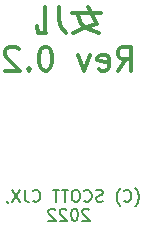
<source format=gbr>
%TF.GenerationSoftware,KiCad,Pcbnew,(6.0.5-0)*%
%TF.CreationDate,2022-06-05T15:38:57+08:00*%
%TF.ProjectId,SCO_D_V0.2,53434f5f-445f-4563-902e-322e6b696361,rev?*%
%TF.SameCoordinates,Original*%
%TF.FileFunction,Legend,Bot*%
%TF.FilePolarity,Positive*%
%FSLAX46Y46*%
G04 Gerber Fmt 4.6, Leading zero omitted, Abs format (unit mm)*
G04 Created by KiCad (PCBNEW (6.0.5-0)) date 2022-06-05 15:38:57*
%MOMM*%
%LPD*%
G01*
G04 APERTURE LIST*
%ADD10C,0.150000*%
%ADD11C,0.300000*%
G04 APERTURE END LIST*
D10*
X226642857Y-64798333D02*
X226690476Y-64750714D01*
X226785714Y-64607857D01*
X226833333Y-64512619D01*
X226880952Y-64369761D01*
X226928571Y-64131666D01*
X226928571Y-63941190D01*
X226880952Y-63703095D01*
X226833333Y-63560238D01*
X226785714Y-63465000D01*
X226690476Y-63322142D01*
X226642857Y-63274523D01*
X225690476Y-64322142D02*
X225738095Y-64369761D01*
X225880952Y-64417380D01*
X225976190Y-64417380D01*
X226119047Y-64369761D01*
X226214285Y-64274523D01*
X226261904Y-64179285D01*
X226309523Y-63988809D01*
X226309523Y-63845952D01*
X226261904Y-63655476D01*
X226214285Y-63560238D01*
X226119047Y-63465000D01*
X225976190Y-63417380D01*
X225880952Y-63417380D01*
X225738095Y-63465000D01*
X225690476Y-63512619D01*
X225357142Y-64798333D02*
X225309523Y-64750714D01*
X225214285Y-64607857D01*
X225166666Y-64512619D01*
X225119047Y-64369761D01*
X225071428Y-64131666D01*
X225071428Y-63941190D01*
X225119047Y-63703095D01*
X225166666Y-63560238D01*
X225214285Y-63465000D01*
X225309523Y-63322142D01*
X225357142Y-63274523D01*
X223880952Y-64369761D02*
X223738095Y-64417380D01*
X223500000Y-64417380D01*
X223404761Y-64369761D01*
X223357142Y-64322142D01*
X223309523Y-64226904D01*
X223309523Y-64131666D01*
X223357142Y-64036428D01*
X223404761Y-63988809D01*
X223500000Y-63941190D01*
X223690476Y-63893571D01*
X223785714Y-63845952D01*
X223833333Y-63798333D01*
X223880952Y-63703095D01*
X223880952Y-63607857D01*
X223833333Y-63512619D01*
X223785714Y-63465000D01*
X223690476Y-63417380D01*
X223452380Y-63417380D01*
X223309523Y-63465000D01*
X222309523Y-64322142D02*
X222357142Y-64369761D01*
X222500000Y-64417380D01*
X222595238Y-64417380D01*
X222738095Y-64369761D01*
X222833333Y-64274523D01*
X222880952Y-64179285D01*
X222928571Y-63988809D01*
X222928571Y-63845952D01*
X222880952Y-63655476D01*
X222833333Y-63560238D01*
X222738095Y-63465000D01*
X222595238Y-63417380D01*
X222500000Y-63417380D01*
X222357142Y-63465000D01*
X222309523Y-63512619D01*
X221690476Y-63417380D02*
X221500000Y-63417380D01*
X221404761Y-63465000D01*
X221309523Y-63560238D01*
X221261904Y-63750714D01*
X221261904Y-64084047D01*
X221309523Y-64274523D01*
X221404761Y-64369761D01*
X221500000Y-64417380D01*
X221690476Y-64417380D01*
X221785714Y-64369761D01*
X221880952Y-64274523D01*
X221928571Y-64084047D01*
X221928571Y-63750714D01*
X221880952Y-63560238D01*
X221785714Y-63465000D01*
X221690476Y-63417380D01*
X220976190Y-63417380D02*
X220404761Y-63417380D01*
X220690476Y-64417380D02*
X220690476Y-63417380D01*
X220214285Y-63417380D02*
X219642857Y-63417380D01*
X219928571Y-64417380D02*
X219928571Y-63417380D01*
X217976190Y-64322142D02*
X218023809Y-64369761D01*
X218166666Y-64417380D01*
X218261904Y-64417380D01*
X218404761Y-64369761D01*
X218500000Y-64274523D01*
X218547619Y-64179285D01*
X218595238Y-63988809D01*
X218595238Y-63845952D01*
X218547619Y-63655476D01*
X218500000Y-63560238D01*
X218404761Y-63465000D01*
X218261904Y-63417380D01*
X218166666Y-63417380D01*
X218023809Y-63465000D01*
X217976190Y-63512619D01*
X217261904Y-63417380D02*
X217261904Y-64131666D01*
X217309523Y-64274523D01*
X217404761Y-64369761D01*
X217547619Y-64417380D01*
X217642857Y-64417380D01*
X216880952Y-63417380D02*
X216214285Y-64417380D01*
X216214285Y-63417380D02*
X216880952Y-64417380D01*
X215785714Y-64369761D02*
X215785714Y-64417380D01*
X215833333Y-64512619D01*
X215880952Y-64560238D01*
X222714285Y-65122619D02*
X222666666Y-65075000D01*
X222571428Y-65027380D01*
X222333333Y-65027380D01*
X222238095Y-65075000D01*
X222190476Y-65122619D01*
X222142857Y-65217857D01*
X222142857Y-65313095D01*
X222190476Y-65455952D01*
X222761904Y-66027380D01*
X222142857Y-66027380D01*
X221523809Y-65027380D02*
X221428571Y-65027380D01*
X221333333Y-65075000D01*
X221285714Y-65122619D01*
X221238095Y-65217857D01*
X221190476Y-65408333D01*
X221190476Y-65646428D01*
X221238095Y-65836904D01*
X221285714Y-65932142D01*
X221333333Y-65979761D01*
X221428571Y-66027380D01*
X221523809Y-66027380D01*
X221619047Y-65979761D01*
X221666666Y-65932142D01*
X221714285Y-65836904D01*
X221761904Y-65646428D01*
X221761904Y-65408333D01*
X221714285Y-65217857D01*
X221666666Y-65122619D01*
X221619047Y-65075000D01*
X221523809Y-65027380D01*
X220809523Y-65122619D02*
X220761904Y-65075000D01*
X220666666Y-65027380D01*
X220428571Y-65027380D01*
X220333333Y-65075000D01*
X220285714Y-65122619D01*
X220238095Y-65217857D01*
X220238095Y-65313095D01*
X220285714Y-65455952D01*
X220857142Y-66027380D01*
X220238095Y-66027380D01*
X219857142Y-65122619D02*
X219809523Y-65075000D01*
X219714285Y-65027380D01*
X219476190Y-65027380D01*
X219380952Y-65075000D01*
X219333333Y-65122619D01*
X219285714Y-65217857D01*
X219285714Y-65313095D01*
X219333333Y-65455952D01*
X219904761Y-66027380D01*
X219285714Y-66027380D01*
D11*
X223761904Y-48475714D02*
X221285714Y-48475714D01*
X221761904Y-48570952D02*
X222047619Y-49332857D01*
X222428571Y-49713809D01*
X222904761Y-49904285D01*
X223571428Y-50094761D01*
X222619047Y-47904285D02*
X223380952Y-49332857D01*
X222428571Y-49618571D01*
X221380952Y-50094761D01*
X219095238Y-50094761D02*
X218428571Y-50094761D01*
X219000000Y-47904285D02*
X219000000Y-50094761D01*
X220333333Y-49618571D02*
X220809523Y-50094761D01*
X218333333Y-49523333D02*
X218428571Y-50094761D01*
X220142857Y-47904285D02*
X220142857Y-49047142D01*
X220333333Y-49618571D01*
X225142857Y-53314761D02*
X225809523Y-52362380D01*
X226285714Y-53314761D02*
X226285714Y-51314761D01*
X225523809Y-51314761D01*
X225333333Y-51410000D01*
X225238095Y-51505238D01*
X225142857Y-51695714D01*
X225142857Y-51981428D01*
X225238095Y-52171904D01*
X225333333Y-52267142D01*
X225523809Y-52362380D01*
X226285714Y-52362380D01*
X223523809Y-53219523D02*
X223714285Y-53314761D01*
X224095238Y-53314761D01*
X224285714Y-53219523D01*
X224380952Y-53029047D01*
X224380952Y-52267142D01*
X224285714Y-52076666D01*
X224095238Y-51981428D01*
X223714285Y-51981428D01*
X223523809Y-52076666D01*
X223428571Y-52267142D01*
X223428571Y-52457619D01*
X224380952Y-52648095D01*
X222761904Y-51981428D02*
X222285714Y-53314761D01*
X221809523Y-51981428D01*
X219142857Y-51314761D02*
X218952380Y-51314761D01*
X218761904Y-51410000D01*
X218666666Y-51505238D01*
X218571428Y-51695714D01*
X218476190Y-52076666D01*
X218476190Y-52552857D01*
X218571428Y-52933809D01*
X218666666Y-53124285D01*
X218761904Y-53219523D01*
X218952380Y-53314761D01*
X219142857Y-53314761D01*
X219333333Y-53219523D01*
X219428571Y-53124285D01*
X219523809Y-52933809D01*
X219619047Y-52552857D01*
X219619047Y-52076666D01*
X219523809Y-51695714D01*
X219428571Y-51505238D01*
X219333333Y-51410000D01*
X219142857Y-51314761D01*
X217619047Y-53124285D02*
X217523809Y-53219523D01*
X217619047Y-53314761D01*
X217714285Y-53219523D01*
X217619047Y-53124285D01*
X217619047Y-53314761D01*
X216761904Y-51505238D02*
X216666666Y-51410000D01*
X216476190Y-51314761D01*
X216000000Y-51314761D01*
X215809523Y-51410000D01*
X215714285Y-51505238D01*
X215619047Y-51695714D01*
X215619047Y-51886190D01*
X215714285Y-52171904D01*
X216857142Y-53314761D01*
X215619047Y-53314761D01*
M02*

</source>
